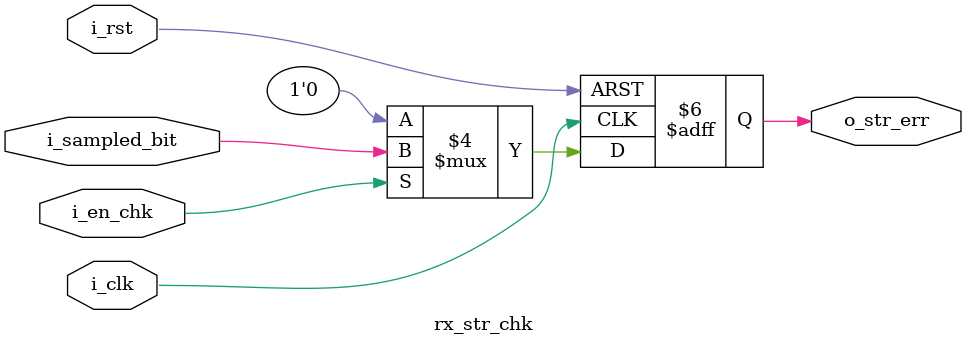
<source format=v>
`include "parameters.v"

module rx_str_chk(
    input i_clk , i_rst , i_en_chk, 
    input i_sampled_bit, 
    output reg o_str_err 
);


    always @(posedge i_clk or negedge i_rst)
        begin
            if(~i_rst)
                begin
                    o_str_err <= 1'b0; 
                end 
            else 
                begin 
                    if(i_en_chk)
                        o_str_err <= i_sampled_bit; 
                    else 
                        o_str_err <= 1'b0; 
                end  
        end 


endmodule
</source>
